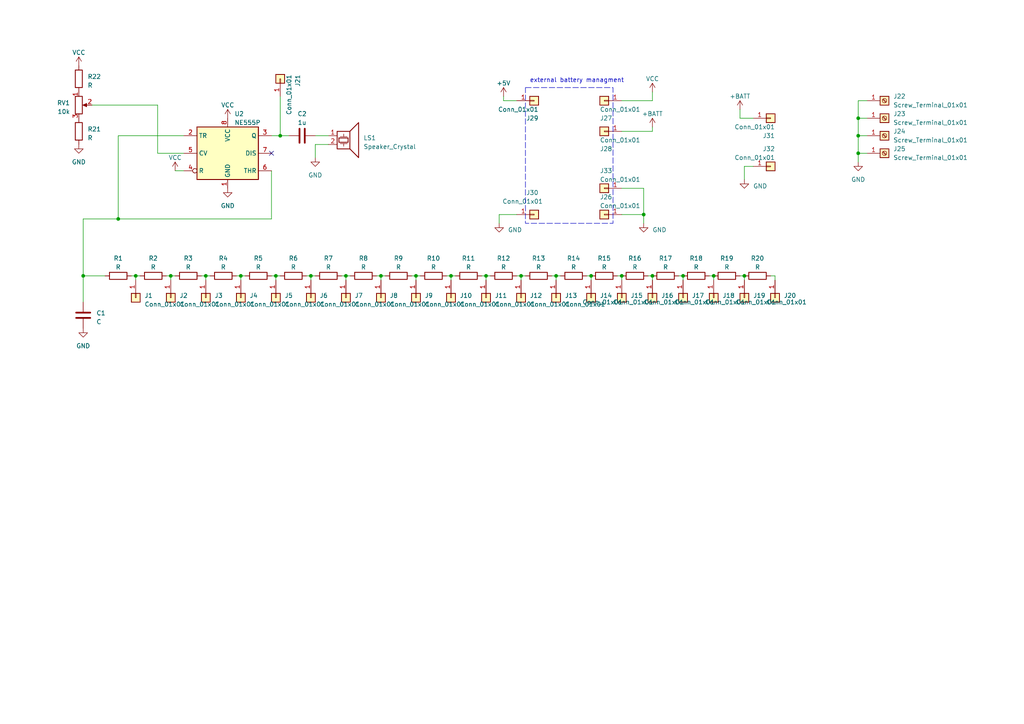
<source format=kicad_sch>
(kicad_sch (version 20230121) (generator eeschema)
  (paper "A4")
  (lib_symbols
    (symbol "Connector:Screw_Terminal_01x01" (pin_names (offset 1.016) hide)
      (property "Reference" "J" (at 0 2.54 0))
      (property "Value" "Screw_Terminal_01x01" (at 0 -2.54 0))
      (symbol "Screw_Terminal_01x01_1_1"
        (rectangle (start -1.27 1.27) (end 1.27 -1.27) (stroke (width 0.254)) (fill (type background)))
        (polyline (pts (xy -0.5334 0.3302) (xy 0.3302 -0.508)) (stroke (width 0.1524)))
        (polyline (pts (xy -0.3556 0.508) (xy 0.508 -0.3302)) (stroke (width 0.1524)))
        (circle (center 0 0) (radius 0.635) (stroke (width 0.1524)))
        (pin passive line (at -5.08 0 0) (length 3.81) (name "Pin_1") (number "1"))
      )
    )
    (symbol "Connector_Generic:Conn_01x01" (pin_names (offset 1.016) hide)
      (property "Reference" "J" (at 0 2.54 0))
      (property "Value" "Conn_01x01" (at 0 -2.54 0))
      (symbol "Conn_01x01_1_1"
        (rectangle (start -1.27 0.127) (end 0 -0.127) (stroke (width 0.1524)))
        (rectangle (start -1.27 1.27) (end 1.27 -1.27) (stroke (width 0.254)) (fill (type background)))
        (pin passive line (at -5.08 0 0) (length 3.81) (name "Pin_1") (number "1"))
      )
    )
    (symbol "Device:C" (pin_numbers hide) (pin_names (offset 0.254))
      (property "Reference" "C" (at 0.635 2.54 0))
      (property "Value" "C" (at 0.635 -2.54 0))
      (symbol "C_0_1"
        (polyline (pts (xy -2.032 -0.762) (xy 2.032 -0.762)) (stroke (width 0.508)))
        (polyline (pts (xy -2.032 0.762) (xy 2.032 0.762)) (stroke (width 0.508)))
      )
      (symbol "C_1_1"
        (pin passive line (at 0 3.81 270) (length 2.794) (name "~") (number "1"))
        (pin passive line (at 0 -3.81 90) (length 2.794) (name "~") (number "2"))
      )
    )
    (symbol "Device:R" (pin_numbers hide) (pin_names (offset 0))
      (property "Reference" "R" (at 2.032 0 90))
      (property "Value" "R" (at 0 0 90))
      (symbol "R_0_1"
        (rectangle (start -1.016 -2.54) (end 1.016 2.54) (stroke (width 0.254)))
      )
      (symbol "R_1_1"
        (pin passive line (at 0 3.81 270) (length 1.27) (name "~") (number "1"))
        (pin passive line (at 0 -3.81 90) (length 1.27) (name "~") (number "2"))
      )
    )
    (symbol "Device:R_Potentiometer" (pin_names (offset 1.016) hide)
      (property "Reference" "RV" (at -4.445 0 90))
      (property "Value" "R_Potentiometer" (at -2.54 0 90))
      (symbol "R_Potentiometer_0_1"
        (polyline (pts (xy 2.54 0) (xy 1.524 0)))
        (polyline (pts (xy 1.143 0) (xy 2.286 0.508) (xy 2.286 -0.508) (xy 1.143 0)) (fill (type outline)))
        (rectangle (start 1.016 2.54) (end -1.016 -2.54) (stroke (width 0.254)))
      )
      (symbol "R_Potentiometer_1_1"
        (pin passive line (at 0 3.81 270) (length 1.27) (name "1") (number "1"))
        (pin passive line (at 3.81 0 180) (length 1.27) (name "2") (number "2"))
        (pin passive line (at 0 -3.81 90) (length 1.27) (name "3") (number "3"))
      )
    )
    (symbol "Device:Speaker_Crystal" (pin_names (offset 0) hide)
      (property "Reference" "LS" (at 0.635 5.715 0))
      (property "Value" "Speaker_Crystal" (at 0.635 3.81 0))
      (symbol "Speaker_Crystal_0_0"
        (rectangle (start -2.54 1.27) (end 1.143 -3.81) (stroke (width 0.254)))
        (rectangle (start -2.032 -0.635) (end 0.635 -1.905) (stroke (width 0.254)))
        (polyline (pts (xy -1.651 -2.286) (xy 0.381 -2.286)))
        (polyline (pts (xy -1.651 -0.254) (xy 0.381 -0.254)))
        (polyline (pts (xy -0.635 -2.286) (xy -0.635 -3.048)))
        (polyline (pts (xy -0.635 -0.254) (xy -0.635 0.508)))
        (polyline (pts (xy 1.143 1.27) (xy 3.683 3.81) (xy 3.683 -6.35) (xy 1.143 -3.81)) (stroke (width 0.254)))
      )
      (symbol "Speaker_Crystal_1_1"
        (pin input line (at -5.08 0 0) (length 2.54) (name "1") (number "1"))
        (pin input line (at -5.08 -2.54 0) (length 2.54) (name "2") (number "2"))
      )
    )
    (symbol "Timer:NE555P"
      (property "Reference" "U" (at -10.16 8.89 0))
      (property "Value" "NE555P" (at 2.54 8.89 0))
      (symbol "NE555P_0_0"
        (pin power_in line (at 0 -10.16 90) (length 2.54) (name "GND") (number "1"))
        (pin power_in line (at 0 10.16 270) (length 2.54) (name "VCC") (number "8"))
      )
      (symbol "NE555P_0_1"
        (rectangle (start -8.89 -7.62) (end 8.89 7.62) (stroke (width 0.254)) (fill (type background)))
        (rectangle (start -8.89 -7.62) (end 8.89 7.62) (stroke (width 0.254)) (fill (type background)))
      )
      (symbol "NE555P_1_1"
        (pin input line (at -12.7 5.08 0) (length 3.81) (name "TR") (number "2"))
        (pin output line (at 12.7 5.08 180) (length 3.81) (name "Q") (number "3"))
        (pin input inverted (at -12.7 -5.08 0) (length 3.81) (name "R") (number "4"))
        (pin input line (at -12.7 0 0) (length 3.81) (name "CV") (number "5"))
        (pin input line (at 12.7 -5.08 180) (length 3.81) (name "THR") (number "6"))
        (pin input line (at 12.7 0 180) (length 3.81) (name "DIS") (number "7"))
      )
    )
    (symbol "power:+5V" (power) (pin_names (offset 0))
      (property "Value" "+5V" (at 0 3.556 0))
      (symbol "+5V_0_1"
        (polyline (pts (xy -0.762 1.27) (xy 0 2.54)))
        (polyline (pts (xy 0 0) (xy 0 2.54)))
        (polyline (pts (xy 0 2.54) (xy 0.762 1.27)))
      )
      (symbol "+5V_1_1"
        (pin power_in line (at 0 0 90) (length 0) hide (name "+5V") (number "1"))
      )
    )
    (symbol "power:+BATT" (power) (pin_names (offset 0))
      (property "Value" "+BATT" (at 0 3.556 0))
      (symbol "+BATT_0_1"
        (polyline (pts (xy -0.762 1.27) (xy 0 2.54)))
        (polyline (pts (xy 0 0) (xy 0 2.54)))
        (polyline (pts (xy 0 2.54) (xy 0.762 1.27)))
      )
      (symbol "+BATT_1_1"
        (pin power_in line (at 0 0 90) (length 0) hide (name "+BATT") (number "1"))
      )
    )
    (symbol "power:GND" (power) (pin_names (offset 0))
      (property "Value" "GND" (at 0 -3.81 0))
      (symbol "GND_0_1"
        (polyline (pts (xy 0 0) (xy 0 -1.27) (xy 1.27 -1.27) (xy 0 -2.54) (xy -1.27 -1.27) (xy 0 -1.27)))
      )
      (symbol "GND_1_1"
        (pin power_in line (at 0 0 270) (length 0) hide (name "GND") (number "1"))
      )
    )
    (symbol "power:VCC" (power) (pin_names (offset 0))
      (property "Value" "VCC" (at 0 3.81 0))
      (symbol "VCC_0_1"
        (polyline (pts (xy -0.762 1.27) (xy 0 2.54)))
        (polyline (pts (xy 0 0) (xy 0 2.54)))
        (polyline (pts (xy 0 2.54) (xy 0.762 1.27)))
      )
      (symbol "VCC_1_1"
        (pin power_in line (at 0 0 90) (length 0) hide (name "VCC") (number "1"))
      )
    )
  )
  (junction (at 80.01 80.01))
  (junction (at 49.53 80.01))
  (junction (at 39.37 80.01))
  (junction (at 180.34 80.01))
  (junction (at 248.92 34.29))
  (junction (at 59.69 80.01))
  (junction (at 130.81 80.01))
  (junction (at 151.13 80.01))
  (junction (at 161.29 80.01))
  (junction (at 207.01 80.01))
  (junction (at 100.33 80.01))
  (junction (at 34.29 63.5))
  (junction (at 90.17 80.01))
  (junction (at 215.9 80.01))
  (junction (at 120.65 80.01))
  (junction (at 171.45 80.01))
  (junction (at 81.28 39.37))
  (junction (at 189.23 80.01))
  (junction (at 140.97 80.01))
  (junction (at 186.69 62.23))
  (junction (at 198.12 80.01))
  (junction (at 248.92 44.45))
  (junction (at 69.85 80.01))
  (junction (at 248.92 39.37))
  (junction (at 110.49 80.01))
  (junction (at 24.13 80.01))
  (no_connect (at 78.74 44.45))
  (wire (pts (xy 80.01 80.01) (xy 80.01 81.28)))
  (wire (pts (xy 149.86 80.01) (xy 151.13 80.01)))
  (wire (pts (xy 214.63 34.29) (xy 218.44 34.29)))
  (wire (pts (xy 130.81 80.01) (xy 132.08 80.01)))
  (wire (pts (xy 91.44 39.37) (xy 95.25 39.37)))
  (wire (pts (xy 78.74 39.37) (xy 81.28 39.37)))
  (wire (pts (xy 144.78 64.77) (xy 144.78 62.23)))
  (wire (pts (xy 144.78 62.23) (xy 149.86 62.23)))
  (wire (pts (xy 160.02 80.01) (xy 161.29 80.01)))
  (wire (pts (xy 215.9 80.01) (xy 215.9 81.28)))
  (wire (pts (xy 189.23 80.01) (xy 189.23 81.28)))
  (wire (pts (xy 81.28 27.94) (xy 81.28 39.37)))
  (wire (pts (xy 146.05 27.94) (xy 146.05 29.21)))
  (wire (pts (xy 80.01 80.01) (xy 81.28 80.01)))
  (wire (pts (xy 248.92 29.21) (xy 251.46 29.21)))
  (wire (pts (xy 130.81 80.01) (xy 130.81 81.28)))
  (wire (pts (xy 198.12 80.01) (xy 198.12 81.28)))
  (wire (pts (xy 140.97 80.01) (xy 142.24 80.01)))
  (wire (pts (xy 34.29 63.5) (xy 78.74 63.5)))
  (wire (pts (xy 119.38 80.01) (xy 120.65 80.01)))
  (wire (pts (xy 215.9 52.07) (xy 215.9 48.26)))
  (wire (pts (xy 90.17 80.01) (xy 91.44 80.01)))
  (wire (pts (xy 151.13 80.01) (xy 151.13 81.28)))
  (wire (pts (xy 170.18 80.01) (xy 171.45 80.01)))
  (wire (pts (xy 196.85 80.01) (xy 198.12 80.01)))
  (wire (pts (xy 223.52 80.01) (xy 224.79 80.01)))
  (wire (pts (xy 129.54 80.01) (xy 130.81 80.01)))
  (wire (pts (xy 120.65 80.01) (xy 120.65 81.28)))
  (wire (pts (xy 214.63 31.75) (xy 214.63 34.29)))
  (wire (pts (xy 34.29 63.5) (xy 24.13 63.5)))
  (wire (pts (xy 38.1 80.01) (xy 39.37 80.01)))
  (wire (pts (xy 88.9 80.01) (xy 90.17 80.01)))
  (wire (pts (xy 58.42 80.01) (xy 59.69 80.01)))
  (wire (pts (xy 59.69 80.01) (xy 59.69 81.28)))
  (wire (pts (xy 49.53 80.01) (xy 49.53 81.28)))
  (wire (pts (xy 120.65 80.01) (xy 121.92 80.01)))
  (wire (pts (xy 187.96 80.01) (xy 189.23 80.01)))
  (wire (pts (xy 24.13 80.01) (xy 24.13 63.5)))
  (wire (pts (xy 171.45 80.01) (xy 171.45 81.28)))
  (wire (pts (xy 180.34 38.1) (xy 189.23 38.1)))
  (wire (pts (xy 91.44 41.91) (xy 95.25 41.91)))
  (wire (pts (xy 248.92 34.29) (xy 251.46 34.29)))
  (wire (pts (xy 180.34 54.61) (xy 186.69 54.61)))
  (wire (pts (xy 189.23 29.21) (xy 189.23 26.67)))
  (wire (pts (xy 109.22 80.01) (xy 110.49 80.01)))
  (wire (pts (xy 34.29 39.37) (xy 53.34 39.37)))
  (wire (pts (xy 248.92 44.45) (xy 251.46 44.45)))
  (wire (pts (xy 24.13 80.01) (xy 24.13 87.63)))
  (wire (pts (xy 34.29 39.37) (xy 34.29 63.5)))
  (wire (pts (xy 100.33 80.01) (xy 101.6 80.01)))
  (wire (pts (xy 81.28 39.37) (xy 83.82 39.37)))
  (wire (pts (xy 248.92 39.37) (xy 251.46 39.37)))
  (wire (pts (xy 39.37 80.01) (xy 40.64 80.01)))
  (wire (pts (xy 110.49 80.01) (xy 110.49 81.28)))
  (wire (pts (xy 146.05 29.21) (xy 149.86 29.21)))
  (wire (pts (xy 186.69 62.23) (xy 186.69 64.77)))
  (wire (pts (xy 30.48 80.01) (xy 24.13 80.01)))
  (wire (pts (xy 248.92 44.45) (xy 248.92 46.99)))
  (wire (pts (xy 215.9 48.26) (xy 218.44 48.26)))
  (wire (pts (xy 224.79 80.01) (xy 224.79 81.28)))
  (wire (pts (xy 45.72 44.45) (xy 53.34 44.45)))
  (wire (pts (xy 248.92 29.21) (xy 248.92 34.29)))
  (wire (pts (xy 68.58 80.01) (xy 69.85 80.01)))
  (wire (pts (xy 189.23 38.1) (xy 189.23 36.83)))
  (wire (pts (xy 100.33 80.01) (xy 100.33 81.28)))
  (wire (pts (xy 50.8 49.53) (xy 53.34 49.53)))
  (wire (pts (xy 205.74 80.01) (xy 207.01 80.01)))
  (wire (pts (xy 59.69 80.01) (xy 60.96 80.01)))
  (wire (pts (xy 78.74 80.01) (xy 80.01 80.01)))
  (wire (pts (xy 180.34 62.23) (xy 186.69 62.23)))
  (wire (pts (xy 140.97 80.01) (xy 140.97 81.28)))
  (wire (pts (xy 78.74 49.53) (xy 78.74 63.5)))
  (wire (pts (xy 161.29 80.01) (xy 162.56 80.01)))
  (wire (pts (xy 180.34 29.21) (xy 189.23 29.21)))
  (wire (pts (xy 186.69 54.61) (xy 186.69 62.23)))
  (wire (pts (xy 139.7 80.01) (xy 140.97 80.01)))
  (wire (pts (xy 48.26 80.01) (xy 49.53 80.01)))
  (wire (pts (xy 110.49 80.01) (xy 111.76 80.01)))
  (wire (pts (xy 26.67 30.48) (xy 45.72 30.48)))
  (wire (pts (xy 214.63 80.01) (xy 215.9 80.01)))
  (wire (pts (xy 179.07 80.01) (xy 180.34 80.01)))
  (wire (pts (xy 91.44 41.91) (xy 91.44 45.72)))
  (wire (pts (xy 151.13 80.01) (xy 152.4 80.01)))
  (wire (pts (xy 99.06 80.01) (xy 100.33 80.01)))
  (wire (pts (xy 90.17 80.01) (xy 90.17 81.28)))
  (wire (pts (xy 161.29 80.01) (xy 161.29 81.28)))
  (wire (pts (xy 69.85 80.01) (xy 69.85 81.28)))
  (wire (pts (xy 39.37 80.01) (xy 39.37 81.28)))
  (wire (pts (xy 248.92 34.29) (xy 248.92 39.37)))
  (wire (pts (xy 69.85 80.01) (xy 71.12 80.01)))
  (wire (pts (xy 180.34 80.01) (xy 180.34 81.28)))
  (wire (pts (xy 45.72 30.48) (xy 45.72 44.45)))
  (wire (pts (xy 49.53 80.01) (xy 50.8 80.01)))
  (wire (pts (xy 207.01 80.01) (xy 207.01 81.28)))
  (wire (pts (xy 248.92 39.37) (xy 248.92 44.45)))
  (rectangle (start 152.4 25.4) (end 177.8 64.77) (stroke (width 0) (type dash)))
  (text "external battery managment" (at 153.67 24.13 0) (effects (font (size 1.27 1.27)) (justify left bottom)))
  (symbol (lib_id "Connector_Generic:Conn_01x01") (at 224.79 86.36 270) (unit 1)
    (property "Reference" "J20" (at 227.33 85.725 90) (effects (justify left)))
    (property "Value" "Conn_01x01" (at 222.25 87.63 90) (effects (justify left)))
    (property "Footprint" "TestPoint:TestPoint_Pad_D1.0mm" (effects hide))
  )
  (symbol (lib_id "Connector:Screw_Terminal_01x01") (at 256.54 39.37 0) (unit 1)
    (property "Reference" "J24" (at 259.08 38.1 0) (effects (justify left)))
    (property "Value" "Screw_Terminal_01x01" (at 259.08 40.64 0) (effects (justify left)))
    (property "Footprint" "MountingHole:MountingHole_4.3mm_M4_ISO14580_Pad" (effects hide))
  )
  (symbol (lib_id "Connector_Generic:Conn_01x01") (at 140.97 86.36 270) (unit 1)
    (property "Reference" "J11" (at 143.51 85.725 90) (effects (justify left)))
    (property "Value" "Conn_01x01" (at 143.51 88.265 90) (effects (justify left)))
    (property "Footprint" "TestPoint:TestPoint_Pad_D1.0mm" (effects hide))
  )
  (symbol (lib_id "power:VCC") (at 66.04 34.29 0) (unit 1)
    (property "Reference" "#PWR05" (effects hide))
    (property "Value" "VCC" (at 66.04 30.48 0))
  )
  (symbol (lib_id "Connector_Generic:Conn_01x01") (at 90.17 86.36 270) (unit 1)
    (property "Reference" "J6" (at 92.71 85.725 90) (effects (justify left)))
    (property "Value" "Conn_01x01" (at 92.71 88.265 90) (effects (justify left)))
    (property "Footprint" "TestPoint:TestPoint_Pad_D1.0mm" (effects hide))
  )
  (symbol (lib_id "Timer:NE555P") (at 66.04 44.45 0) (unit 1)
    (property "Reference" "U2" (at 67.9959 33.02 0) (effects (justify left)))
    (property "Value" "NE555P" (at 67.9959 35.56 0) (effects (justify left)))
    (property "Footprint" "Package_DIP:DIP-8_W7.62mm" (effects hide))
    (property "Datasheet" "http://www.ti.com/lit/ds/symlink/ne555.pdf" (effects hide))
  )
  (symbol (lib_id "Device:R") (at 201.93 80.01 90) (unit 1)
    (property "Reference" "R18" (at 201.93 74.93 90))
    (property "Value" "R" (at 201.93 77.47 90))
    (property "Footprint" "Resistor_THT:R_Axial_DIN0207_L6.3mm_D2.5mm_P10.16mm_Horizontal" (effects hide))
  )
  (symbol (lib_id "Device:R") (at 22.86 38.1 180) (unit 1)
    (property "Reference" "R21" (at 25.4 37.465 0) (effects (justify right)))
    (property "Value" "R" (at 25.4 40.005 0) (effects (justify right)))
    (property "Footprint" "Resistor_THT:R_Axial_DIN0207_L6.3mm_D2.5mm_P10.16mm_Horizontal" (effects hide))
  )
  (symbol (lib_id "Connector_Generic:Conn_01x01") (at 59.69 86.36 270) (unit 1)
    (property "Reference" "J3" (at 62.23 85.725 90) (effects (justify left)))
    (property "Value" "Conn_01x01" (at 62.23 88.265 90) (effects (justify left)))
    (property "Footprint" "TestPoint:TestPoint_Pad_D1.0mm" (effects hide))
  )
  (symbol (lib_id "Device:R") (at 64.77 80.01 90) (unit 1)
    (property "Reference" "R4" (at 64.77 74.93 90))
    (property "Value" "R" (at 64.77 77.47 90))
    (property "Footprint" "Resistor_THT:R_Axial_DIN0207_L6.3mm_D2.5mm_P10.16mm_Horizontal" (effects hide))
  )
  (symbol (lib_id "Connector_Generic:Conn_01x01") (at 39.37 86.36 270) (unit 1)
    (property "Reference" "J1" (at 41.91 85.725 90) (effects (justify left)))
    (property "Value" "Conn_01x01" (at 41.91 88.265 90) (effects (justify left)))
    (property "Footprint" "TestPoint:TestPoint_Pad_D1.0mm" (effects hide))
  )
  (symbol (lib_id "power:+BATT") (at 214.63 31.75 0) (mirror y) (unit 1)
    (property "Reference" "#PWR014" (effects hide))
    (property "Value" "+BATT" (at 214.63 27.94 0))
  )
  (symbol (lib_id "Device:R") (at 166.37 80.01 90) (unit 1)
    (property "Reference" "R14" (at 166.37 74.93 90))
    (property "Value" "R" (at 166.37 77.47 90))
    (property "Footprint" "Resistor_THT:R_Axial_DIN0207_L6.3mm_D2.5mm_P10.16mm_Horizontal" (effects hide))
  )
  (symbol (lib_id "Device:R") (at 74.93 80.01 90) (unit 1)
    (property "Reference" "R5" (at 74.93 74.93 90))
    (property "Value" "R" (at 74.93 77.47 90))
    (property "Footprint" "Resistor_THT:R_Axial_DIN0207_L6.3mm_D2.5mm_P10.16mm_Horizontal" (effects hide))
  )
  (symbol (lib_id "power:GND") (at 144.78 64.77 0) (unit 1)
    (property "Reference" "#PWR013" (effects hide))
    (property "Value" "GND" (at 147.32 66.675 0) (effects (justify left)))
  )
  (symbol (lib_id "Device:R") (at 146.05 80.01 90) (unit 1)
    (property "Reference" "R12" (at 146.05 74.93 90))
    (property "Value" "R" (at 146.05 77.47 90))
    (property "Footprint" "Resistor_THT:R_Axial_DIN0207_L6.3mm_D2.5mm_P10.16mm_Horizontal" (effects hide))
  )
  (symbol (lib_id "power:GND") (at 91.44 45.72 0) (unit 1)
    (property "Reference" "#PWR04" (effects hide))
    (property "Value" "GND" (at 91.44 50.8 0))
  )
  (symbol (lib_id "Device:R") (at 105.41 80.01 90) (unit 1)
    (property "Reference" "R8" (at 105.41 74.93 90))
    (property "Value" "R" (at 105.41 77.47 90))
    (property "Footprint" "Resistor_THT:R_Axial_DIN0207_L6.3mm_D2.5mm_P10.16mm_Horizontal" (effects hide))
  )
  (symbol (lib_id "power:VCC") (at 189.23 26.67 0) (unit 1)
    (property "Reference" "#PWR09" (effects hide))
    (property "Value" "VCC" (at 189.23 22.86 0))
  )
  (symbol (lib_id "Connector_Generic:Conn_01x01") (at 81.28 22.86 90) (unit 1)
    (property "Reference" "J21" (at 86.36 21.59 0) (effects (justify right)))
    (property "Value" "Conn_01x01" (at 83.82 21.59 0) (effects (justify right)))
    (property "Footprint" "TestPoint:TestPoint_Pad_D1.0mm" (effects hide))
  )
  (symbol (lib_id "Device:R") (at 210.82 80.01 90) (unit 1)
    (property "Reference" "R19" (at 210.82 74.93 90))
    (property "Value" "R" (at 210.82 77.47 90))
    (property "Footprint" "Resistor_THT:R_Axial_DIN0207_L6.3mm_D2.5mm_P10.16mm_Horizontal" (effects hide))
  )
  (symbol (lib_id "Device:R") (at 184.15 80.01 90) (unit 1)
    (property "Reference" "R16" (at 184.15 74.93 90))
    (property "Value" "R" (at 184.15 77.47 90))
    (property "Footprint" "Resistor_THT:R_Axial_DIN0207_L6.3mm_D2.5mm_P10.16mm_Horizontal" (effects hide))
  )
  (symbol (lib_id "Device:C") (at 24.13 91.44 0) (unit 1)
    (property "Reference" "C1" (at 27.94 90.805 0) (effects (justify left)))
    (property "Value" "C" (at 27.94 93.345 0) (effects (justify left)))
    (property "Footprint" "Capacitor_THT:CP_Radial_D5.0mm_P2.50mm" (effects hide))
  )
  (symbol (lib_id "power:GND") (at 215.9 52.07 0) (unit 1)
    (property "Reference" "#PWR015" (effects hide))
    (property "Value" "GND" (at 218.44 53.975 0) (effects (justify left)))
  )
  (symbol (lib_id "Connector_Generic:Conn_01x01") (at 223.52 48.26 0) (mirror x) (unit 1)
    (property "Reference" "J32" (at 224.79 43.18 0) (effects (justify right)))
    (property "Value" "Conn_01x01" (at 224.79 45.72 0) (effects (justify right)))
    (property "Footprint" "TestPoint:TestPoint_THTPad_2.5x2.5mm_Drill1.2mm" (effects hide))
  )
  (symbol (lib_id "Connector_Generic:Conn_01x01") (at 151.13 86.36 270) (unit 1)
    (property "Reference" "J12" (at 153.67 85.725 90) (effects (justify left)))
    (property "Value" "Conn_01x01" (at 153.67 88.265 90) (effects (justify left)))
    (property "Footprint" "TestPoint:TestPoint_Pad_D1.0mm" (effects hide))
  )
  (symbol (lib_id "Connector_Generic:Conn_01x01") (at 100.33 86.36 270) (unit 1)
    (property "Reference" "J7" (at 102.87 85.725 90) (effects (justify left)))
    (property "Value" "Conn_01x01" (at 102.87 88.265 90) (effects (justify left)))
    (property "Footprint" "TestPoint:TestPoint_Pad_D1.0mm" (effects hide))
  )
  (symbol (lib_id "power:+BATT") (at 189.23 36.83 0) (unit 1)
    (property "Reference" "#PWR011" (effects hide))
    (property "Value" "+BATT" (at 189.23 33.02 0))
  )
  (symbol (lib_id "Connector_Generic:Conn_01x01") (at 171.45 86.36 270) (unit 1)
    (property "Reference" "J14" (at 173.99 85.725 90) (effects (justify left)))
    (property "Value" "Conn_01x01" (at 168.91 87.63 90) (effects (justify left)))
    (property "Footprint" "TestPoint:TestPoint_Pad_D1.0mm" (effects hide))
  )
  (symbol (lib_id "Device:R") (at 175.26 80.01 90) (unit 1)
    (property "Reference" "R15" (at 175.26 74.93 90))
    (property "Value" "R" (at 175.26 77.47 90))
    (property "Footprint" "Resistor_THT:R_Axial_DIN0207_L6.3mm_D2.5mm_P10.16mm_Horizontal" (effects hide))
  )
  (symbol (lib_id "Connector_Generic:Conn_01x01") (at 110.49 86.36 270) (unit 1)
    (property "Reference" "J8" (at 113.03 85.725 90) (effects (justify left)))
    (property "Value" "Conn_01x01" (at 113.03 88.265 90) (effects (justify left)))
    (property "Footprint" "TestPoint:TestPoint_Pad_D1.0mm" (effects hide))
  )
  (symbol (lib_id "Device:Speaker_Crystal") (at 100.33 39.37 0) (unit 1)
    (property "Reference" "LS1" (at 105.41 40.005 0) (effects (justify left)))
    (property "Value" "Speaker_Crystal" (at 105.41 42.545 0) (effects (justify left)))
    (property "Footprint" "Connector_PinHeader_2.54mm:PinHeader_1x02_P2.54mm_Vertical" (effects hide))
  )
  (symbol (lib_id "Device:R") (at 156.21 80.01 90) (unit 1)
    (property "Reference" "R13" (at 156.21 74.93 90))
    (property "Value" "R" (at 156.21 77.47 90))
    (property "Footprint" "Resistor_THT:R_Axial_DIN0207_L6.3mm_D2.5mm_P10.16mm_Horizontal" (effects hide))
  )
  (symbol (lib_id "Connector_Generic:Conn_01x01") (at 175.26 54.61 180) (unit 1)
    (property "Reference" "J33" (at 173.99 49.53 0) (effects (justify right)))
    (property "Value" "Conn_01x01" (at 173.99 52.07 0) (effects (justify right)))
    (property "Footprint" "TestPoint:TestPoint_THTPad_2.5x2.5mm_Drill1.2mm" (effects hide))
  )
  (symbol (lib_id "Connector_Generic:Conn_01x01") (at 175.26 29.21 180) (unit 1)
    (property "Reference" "J27" (at 173.99 34.29 0) (effects (justify right)))
    (property "Value" "Conn_01x01" (at 173.99 31.75 0) (effects (justify right)))
    (property "Footprint" "TestPoint:TestPoint_THTPad_2.5x2.5mm_Drill1.2mm" (effects hide))
  )
  (symbol (lib_id "Connector_Generic:Conn_01x01") (at 161.29 86.36 270) (unit 1)
    (property "Reference" "J13" (at 163.83 85.725 90) (effects (justify left)))
    (property "Value" "Conn_01x01" (at 163.83 88.265 90) (effects (justify left)))
    (property "Footprint" "TestPoint:TestPoint_Pad_D1.0mm" (effects hide))
  )
  (symbol (lib_id "Connector_Generic:Conn_01x01") (at 130.81 86.36 270) (unit 1)
    (property "Reference" "J10" (at 133.35 85.725 90) (effects (justify left)))
    (property "Value" "Conn_01x01" (at 133.35 88.265 90) (effects (justify left)))
    (property "Footprint" "TestPoint:TestPoint_Pad_D1.0mm" (effects hide))
  )
  (symbol (lib_id "Device:R") (at 85.09 80.01 90) (unit 1)
    (property "Reference" "R6" (at 85.09 74.93 90))
    (property "Value" "R" (at 85.09 77.47 90))
    (property "Footprint" "Resistor_THT:R_Axial_DIN0207_L6.3mm_D2.5mm_P10.16mm_Horizontal" (effects hide))
  )
  (symbol (lib_id "Connector_Generic:Conn_01x01") (at 180.34 86.36 270) (unit 1)
    (property "Reference" "J15" (at 182.88 85.725 90) (effects (justify left)))
    (property "Value" "Conn_01x01" (at 177.8 87.63 90) (effects (justify left)))
    (property "Footprint" "TestPoint:TestPoint_Pad_D1.0mm" (effects hide))
  )
  (symbol (lib_id "Device:R") (at 95.25 80.01 90) (unit 1)
    (property "Reference" "R7" (at 95.25 74.93 90))
    (property "Value" "R" (at 95.25 77.47 90))
    (property "Footprint" "Resistor_THT:R_Axial_DIN0207_L6.3mm_D2.5mm_P10.16mm_Horizontal" (effects hide))
  )
  (symbol (lib_id "power:+5V") (at 146.05 27.94 0) (unit 1)
    (property "Reference" "#PWR012" (effects hide))
    (property "Value" "+5V" (at 146.05 24.13 0))
  )
  (symbol (lib_id "Connector:Screw_Terminal_01x01") (at 256.54 29.21 0) (unit 1)
    (property "Reference" "J22" (at 259.08 27.94 0) (effects (justify left)))
    (property "Value" "Screw_Terminal_01x01" (at 259.08 30.48 0) (effects (justify left)))
    (property "Footprint" "MountingHole:MountingHole_4.3mm_M4_ISO14580_Pad" (effects hide))
  )
  (symbol (lib_id "Device:R") (at 219.71 80.01 90) (unit 1)
    (property "Reference" "R20" (at 219.71 74.93 90))
    (property "Value" "R" (at 219.71 77.47 90))
    (property "Footprint" "Resistor_THT:R_Axial_DIN0207_L6.3mm_D2.5mm_P10.16mm_Horizontal" (effects hide))
  )
  (symbol (lib_id "power:GND") (at 24.13 95.25 0) (unit 1)
    (property "Reference" "#PWR03" (effects hide))
    (property "Value" "GND" (at 24.13 100.33 0))
  )
  (symbol (lib_id "Connector_Generic:Conn_01x01") (at 215.9 86.36 270) (unit 1)
    (property "Reference" "J19" (at 218.44 85.725 90) (effects (justify left)))
    (property "Value" "Conn_01x01" (at 213.36 87.63 90) (effects (justify left)))
    (property "Footprint" "TestPoint:TestPoint_Pad_D1.0mm" (effects hide))
  )
  (symbol (lib_id "Connector_Generic:Conn_01x01") (at 154.94 29.21 0) (unit 1)
    (property "Reference" "J29" (at 156.21 34.29 0) (effects (justify right)))
    (property "Value" "Conn_01x01" (at 156.21 31.75 0) (effects (justify right)))
    (property "Footprint" "TestPoint:TestPoint_THTPad_2.5x2.5mm_Drill1.2mm" (effects hide))
  )
  (symbol (lib_id "Device:R") (at 115.57 80.01 90) (unit 1)
    (property "Reference" "R9" (at 115.57 74.93 90))
    (property "Value" "R" (at 115.57 77.47 90))
    (property "Footprint" "Resistor_THT:R_Axial_DIN0207_L6.3mm_D2.5mm_P10.16mm_Horizontal" (effects hide))
  )
  (symbol (lib_id "Device:R_Potentiometer") (at 22.86 30.48 0) (unit 1)
    (property "Reference" "RV1" (at 20.32 29.845 0) (effects (justify right)))
    (property "Value" "10k" (at 20.32 32.385 0) (effects (justify right)))
    (property "Footprint" "Potentiometer_THT:Potentiometer_ACP_CA9-V10_Vertical" (effects hide))
  )
  (symbol (lib_id "power:GND") (at 66.04 54.61 0) (unit 1)
    (property "Reference" "#PWR01" (effects hide))
    (property "Value" "GND" (at 66.04 59.69 0))
  )
  (symbol (lib_id "Device:C") (at 87.63 39.37 90) (unit 1)
    (property "Reference" "C2" (at 87.63 33.02 90))
    (property "Value" "1u" (at 87.63 35.56 90))
    (property "Footprint" "Capacitor_THT:CP_Radial_D5.0mm_P2.50mm" (effects hide))
  )
  (symbol (lib_id "Device:R") (at 44.45 80.01 90) (unit 1)
    (property "Reference" "R2" (at 44.45 74.93 90))
    (property "Value" "R" (at 44.45 77.47 90))
    (property "Footprint" "Resistor_THT:R_Axial_DIN0207_L6.3mm_D2.5mm_P10.16mm_Horizontal" (effects hide))
  )
  (symbol (lib_id "Device:R") (at 193.04 80.01 90) (unit 1)
    (property "Reference" "R17" (at 193.04 74.93 90))
    (property "Value" "R" (at 193.04 77.47 90))
    (property "Footprint" "Resistor_THT:R_Axial_DIN0207_L6.3mm_D2.5mm_P10.16mm_Horizontal" (effects hide))
  )
  (symbol (lib_id "Connector_Generic:Conn_01x01") (at 69.85 86.36 270) (unit 1)
    (property "Reference" "J4" (at 72.39 85.725 90) (effects (justify left)))
    (property "Value" "Conn_01x01" (at 72.39 88.265 90) (effects (justify left)))
    (property "Footprint" "TestPoint:TestPoint_Pad_D1.0mm" (effects hide))
  )
  (symbol (lib_id "Connector_Generic:Conn_01x01") (at 189.23 86.36 270) (unit 1)
    (property "Reference" "J16" (at 191.77 85.725 90) (effects (justify left)))
    (property "Value" "Conn_01x01" (at 186.69 87.63 90) (effects (justify left)))
    (property "Footprint" "TestPoint:TestPoint_Pad_D1.0mm" (effects hide))
  )
  (symbol (lib_id "Connector:Screw_Terminal_01x01") (at 256.54 34.29 0) (unit 1)
    (property "Reference" "J23" (at 259.08 33.02 0) (effects (justify left)))
    (property "Value" "Screw_Terminal_01x01" (at 259.08 35.56 0) (effects (justify left)))
    (property "Footprint" "MountingHole:MountingHole_4.3mm_M4_ISO14580_Pad" (effects hide))
  )
  (symbol (lib_id "power:GND") (at 186.69 64.77 0) (unit 1)
    (property "Reference" "#PWR08" (effects hide))
    (property "Value" "GND" (at 189.23 66.675 0) (effects (justify left)))
  )
  (symbol (lib_id "Connector_Generic:Conn_01x01") (at 120.65 86.36 270) (unit 1)
    (property "Reference" "J9" (at 123.19 85.725 90) (effects (justify left)))
    (property "Value" "Conn_01x01" (at 123.19 88.265 90) (effects (justify left)))
    (property "Footprint" "TestPoint:TestPoint_Pad_D1.0mm" (effects hide))
  )
  (symbol (lib_id "Connector_Generic:Conn_01x01") (at 223.52 34.29 0) (mirror x) (unit 1)
    (property "Reference" "J31" (at 224.79 39.37 0) (effects (justify right)))
    (property "Value" "Conn_01x01" (at 224.79 36.83 0) (effects (justify right)))
    (property "Footprint" "TestPoint:TestPoint_THTPad_2.5x2.5mm_Drill1.2mm" (effects hide))
  )
  (symbol (lib_id "Connector_Generic:Conn_01x01") (at 175.26 38.1 180) (unit 1)
    (property "Reference" "J28" (at 173.99 43.18 0) (effects (justify right)))
    (property "Value" "Conn_01x01" (at 173.99 40.64 0) (effects (justify right)))
    (property "Footprint" "TestPoint:TestPoint_THTPad_2.5x2.5mm_Drill1.2mm" (effects hide))
  )
  (symbol (lib_id "power:VCC") (at 50.8 49.53 0) (unit 1)
    (property "Reference" "#PWR02" (effects hide))
    (property "Value" "VCC" (at 50.8 45.72 0))
  )
  (symbol (lib_id "Connector_Generic:Conn_01x01") (at 80.01 86.36 270) (unit 1)
    (property "Reference" "J5" (at 82.55 85.725 90) (effects (justify left)))
    (property "Value" "Conn_01x01" (at 82.55 88.265 90) (effects (justify left)))
    (property "Footprint" "TestPoint:TestPoint_Pad_D1.0mm" (effects hide))
  )
  (symbol (lib_id "Connector_Generic:Conn_01x01") (at 49.53 86.36 270) (unit 1)
    (property "Reference" "J2" (at 52.07 85.725 90) (effects (justify left)))
    (property "Value" "Conn_01x01" (at 52.07 88.265 90) (effects (justify left)))
    (property "Footprint" "TestPoint:TestPoint_Pad_D1.0mm" (effects hide))
  )
  (symbol (lib_id "Device:R") (at 125.73 80.01 90) (unit 1)
    (property "Reference" "R10" (at 125.73 74.93 90))
    (property "Value" "R" (at 125.73 77.47 90))
    (property "Footprint" "Resistor_THT:R_Axial_DIN0207_L6.3mm_D2.5mm_P10.16mm_Horizontal" (effects hide))
  )
  (symbol (lib_id "Device:R") (at 135.89 80.01 90) (unit 1)
    (property "Reference" "R11" (at 135.89 74.93 90))
    (property "Value" "R" (at 135.89 77.47 90))
    (property "Footprint" "Resistor_THT:R_Axial_DIN0207_L6.3mm_D2.5mm_P10.16mm_Horizontal" (effects hide))
  )
  (symbol (lib_id "power:GND") (at 22.86 41.91 0) (unit 1)
    (property "Reference" "#PWR07" (effects hide))
    (property "Value" "GND" (at 22.86 46.99 0))
  )
  (symbol (lib_id "Device:R") (at 34.29 80.01 90) (unit 1)
    (property "Reference" "R1" (at 34.29 74.93 90))
    (property "Value" "R" (at 34.29 77.47 90))
    (property "Footprint" "Resistor_THT:R_Axial_DIN0207_L6.3mm_D2.5mm_P10.16mm_Horizontal" (effects hide))
  )
  (symbol (lib_id "power:GND") (at 248.92 46.99 0) (unit 1)
    (property "Reference" "#PWR010" (effects hide))
    (property "Value" "GND" (at 248.92 52.07 0))
  )
  (symbol (lib_id "Connector_Generic:Conn_01x01") (at 198.12 86.36 270) (unit 1)
    (property "Reference" "J17" (at 200.66 85.725 90) (effects (justify left)))
    (property "Value" "Conn_01x01" (at 195.58 87.63 90) (effects (justify left)))
    (property "Footprint" "TestPoint:TestPoint_Pad_D1.0mm" (effects hide))
  )
  (symbol (lib_id "Connector:Screw_Terminal_01x01") (at 256.54 44.45 0) (unit 1)
    (property "Reference" "J25" (at 259.08 43.18 0) (effects (justify left)))
    (property "Value" "Screw_Terminal_01x01" (at 259.08 45.72 0) (effects (justify left)))
    (property "Footprint" "MountingHole:MountingHole_4.3mm_M4_ISO14580_Pad" (effects hide))
  )
  (symbol (lib_id "Connector_Generic:Conn_01x01") (at 154.94 62.23 0) (unit 1)
    (property "Reference" "J30" (at 156.21 55.88 0) (effects (justify right)))
    (property "Value" "Conn_01x01" (at 157.48 58.42 0) (effects (justify right)))
    (property "Footprint" "TestPoint:TestPoint_THTPad_2.5x2.5mm_Drill1.2mm" (effects hide))
  )
  (symbol (lib_id "Device:R") (at 22.86 22.86 180) (unit 1)
    (property "Reference" "R22" (at 25.4 22.225 0) (effects (justify right)))
    (property "Value" "R" (at 25.4 24.765 0) (effects (justify right)))
    (property "Footprint" "Resistor_THT:R_Axial_DIN0207_L6.3mm_D2.5mm_P10.16mm_Horizontal" (effects hide))
  )
  (symbol (lib_id "Connector_Generic:Conn_01x01") (at 207.01 86.36 270) (unit 1)
    (property "Reference" "J18" (at 209.55 85.725 90) (effects (justify left)))
    (property "Value" "Conn_01x01" (at 204.47 87.63 90) (effects (justify left)))
    (property "Footprint" "TestPoint:TestPoint_Pad_D1.0mm" (effects hide))
  )
  (symbol (lib_id "power:VCC") (at 22.86 19.05 0) (unit 1)
    (property "Reference" "#PWR06" (effects hide))
    (property "Value" "VCC" (at 22.86 15.24 0))
  )
  (symbol (lib_id "Device:R") (at 54.61 80.01 90) (unit 1)
    (property "Reference" "R3" (at 54.61 74.93 90))
    (property "Value" "R" (at 54.61 77.47 90))
    (property "Footprint" "Resistor_THT:R_Axial_DIN0207_L6.3mm_D2.5mm_P10.16mm_Horizontal" (effects hide))
  )
  (symbol (lib_id "Connector_Generic:Conn_01x01") (at 175.26 62.23 180) (unit 1)
    (property "Reference" "J26" (at 173.99 57.15 0) (effects (justify right)))
    (property "Value" "Conn_01x01" (at 173.99 59.69 0) (effects (justify right)))
    (property "Footprint" "TestPoint:TestPoint_THTPad_2.5x2.5mm_Drill1.2mm" (effects hide))
  )
)
</source>
